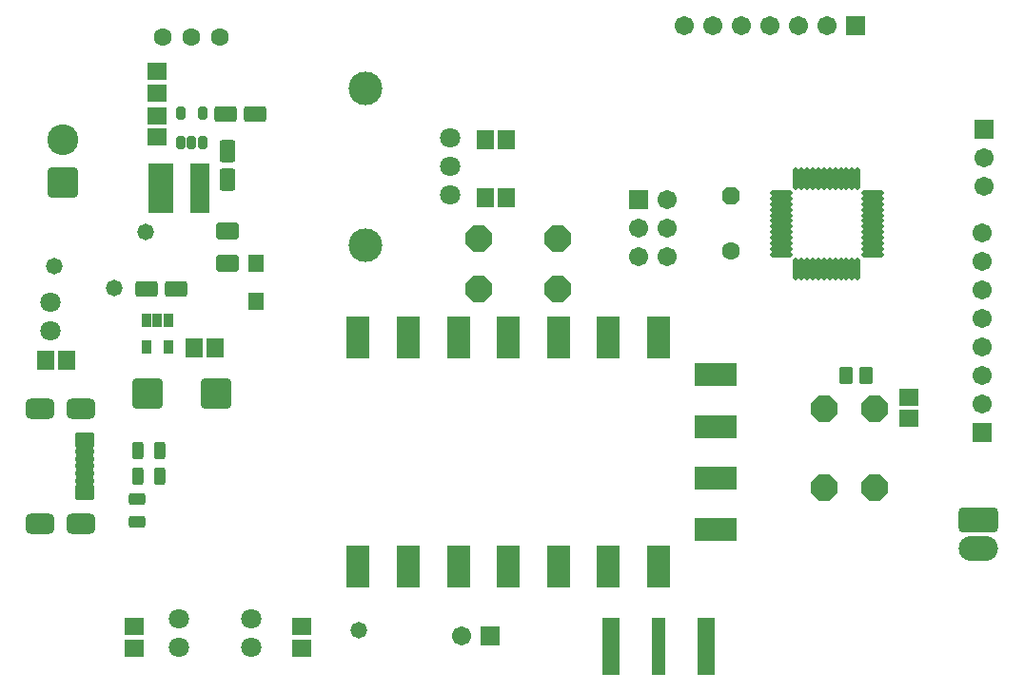
<source format=gts>
G04 Layer_Color=8388736*
%FSLAX25Y25*%
%MOIN*%
G70*
G01*
G75*
%ADD78R,0.06000X0.15000*%
%ADD79R,0.08600X0.17700*%
%ADD80R,0.07100X0.17300*%
%ADD81O,0.01981X0.07887*%
%ADD82O,0.07887X0.01981*%
%ADD83R,0.06706X0.05918*%
%ADD84R,0.05918X0.06706*%
G04:AMPARAMS|DCode=85|XSize=67.06mil|YSize=55.24mil|CornerRadius=8.72mil|HoleSize=0mil|Usage=FLASHONLY|Rotation=0.000|XOffset=0mil|YOffset=0mil|HoleType=Round|Shape=RoundedRectangle|*
%AMROUNDEDRECTD85*
21,1,0.06706,0.03780,0,0,0.0*
21,1,0.04961,0.05524,0,0,0.0*
1,1,0.01745,0.02480,-0.01890*
1,1,0.01745,-0.02480,-0.01890*
1,1,0.01745,-0.02480,0.01890*
1,1,0.01745,0.02480,0.01890*
%
%ADD85ROUNDEDRECTD85*%
G04:AMPARAMS|DCode=86|XSize=67.06mil|YSize=21.78mil|CornerRadius=5.38mil|HoleSize=0mil|Usage=FLASHONLY|Rotation=0.000|XOffset=0mil|YOffset=0mil|HoleType=Round|Shape=RoundedRectangle|*
%AMROUNDEDRECTD86*
21,1,0.06706,0.01102,0,0,0.0*
21,1,0.05630,0.02178,0,0,0.0*
1,1,0.01076,0.02815,-0.00551*
1,1,0.01076,-0.02815,-0.00551*
1,1,0.01076,-0.02815,0.00551*
1,1,0.01076,0.02815,0.00551*
%
%ADD86ROUNDEDRECTD86*%
%ADD87C,0.05800*%
%ADD88O,0.13800X0.08800*%
G04:AMPARAMS|DCode=89|XSize=138mil|YSize=88mil|CornerRadius=14mil|HoleSize=0mil|Usage=FLASHONLY|Rotation=0.000|XOffset=0mil|YOffset=0mil|HoleType=Round|Shape=RoundedRectangle|*
%AMROUNDEDRECTD89*
21,1,0.13800,0.06000,0,0,0.0*
21,1,0.11000,0.08800,0,0,0.0*
1,1,0.02800,0.05500,-0.03000*
1,1,0.02800,-0.05500,-0.03000*
1,1,0.02800,-0.05500,0.03000*
1,1,0.02800,0.05500,0.03000*
%
%ADD89ROUNDEDRECTD89*%
%ADD90R,0.06312X0.20485*%
%ADD91R,0.04737X0.20485*%
%ADD92R,0.03300X0.03300*%
G04:AMPARAMS|DCode=93|XSize=31.62mil|YSize=47.37mil|CornerRadius=6.95mil|HoleSize=0mil|Usage=FLASHONLY|Rotation=0.000|XOffset=0mil|YOffset=0mil|HoleType=Round|Shape=RoundedRectangle|*
%AMROUNDEDRECTD93*
21,1,0.03162,0.03347,0,0,0.0*
21,1,0.01772,0.04737,0,0,0.0*
1,1,0.01391,0.00886,-0.01673*
1,1,0.01391,-0.00886,-0.01673*
1,1,0.01391,-0.00886,0.01673*
1,1,0.01391,0.00886,0.01673*
%
%ADD93ROUNDEDRECTD93*%
G04:AMPARAMS|DCode=94|XSize=78.87mil|YSize=55.24mil|CornerRadius=9.91mil|HoleSize=0mil|Usage=FLASHONLY|Rotation=90.000|XOffset=0mil|YOffset=0mil|HoleType=Round|Shape=RoundedRectangle|*
%AMROUNDEDRECTD94*
21,1,0.07887,0.03543,0,0,90.0*
21,1,0.05906,0.05524,0,0,90.0*
1,1,0.01981,0.01772,0.02953*
1,1,0.01981,0.01772,-0.02953*
1,1,0.01981,-0.01772,-0.02953*
1,1,0.01981,-0.01772,0.02953*
%
%ADD94ROUNDEDRECTD94*%
G04:AMPARAMS|DCode=95|XSize=78.87mil|YSize=55.24mil|CornerRadius=9.91mil|HoleSize=0mil|Usage=FLASHONLY|Rotation=0.000|XOffset=0mil|YOffset=0mil|HoleType=Round|Shape=RoundedRectangle|*
%AMROUNDEDRECTD95*
21,1,0.07887,0.03543,0,0,0.0*
21,1,0.05906,0.05524,0,0,0.0*
1,1,0.01981,0.02953,-0.01772*
1,1,0.01981,-0.02953,-0.01772*
1,1,0.01981,-0.02953,0.01772*
1,1,0.01981,0.02953,0.01772*
%
%ADD95ROUNDEDRECTD95*%
G04:AMPARAMS|DCode=96|XSize=59.18mil|YSize=39.5mil|CornerRadius=7.94mil|HoleSize=0mil|Usage=FLASHONLY|Rotation=270.000|XOffset=0mil|YOffset=0mil|HoleType=Round|Shape=RoundedRectangle|*
%AMROUNDEDRECTD96*
21,1,0.05918,0.02362,0,0,270.0*
21,1,0.04331,0.03950,0,0,270.0*
1,1,0.01587,-0.01181,-0.02165*
1,1,0.01587,-0.01181,0.02165*
1,1,0.01587,0.01181,0.02165*
1,1,0.01587,0.01181,-0.02165*
%
%ADD96ROUNDEDRECTD96*%
G04:AMPARAMS|DCode=97|XSize=59.18mil|YSize=39.5mil|CornerRadius=7.94mil|HoleSize=0mil|Usage=FLASHONLY|Rotation=0.000|XOffset=0mil|YOffset=0mil|HoleType=Round|Shape=RoundedRectangle|*
%AMROUNDEDRECTD97*
21,1,0.05918,0.02362,0,0,0.0*
21,1,0.04331,0.03950,0,0,0.0*
1,1,0.01587,0.02165,-0.01181*
1,1,0.01587,-0.02165,-0.01181*
1,1,0.01587,-0.02165,0.01181*
1,1,0.01587,0.02165,0.01181*
%
%ADD97ROUNDEDRECTD97*%
%ADD98R,0.03359X0.05131*%
G04:AMPARAMS|DCode=99|XSize=104.46mil|YSize=108.39mil|CornerRadius=13.65mil|HoleSize=0mil|Usage=FLASHONLY|Rotation=90.000|XOffset=0mil|YOffset=0mil|HoleType=Round|Shape=RoundedRectangle|*
%AMROUNDEDRECTD99*
21,1,0.10446,0.08110,0,0,90.0*
21,1,0.07717,0.10839,0,0,90.0*
1,1,0.02729,0.04055,0.03858*
1,1,0.02729,0.04055,-0.03858*
1,1,0.02729,-0.04055,-0.03858*
1,1,0.02729,-0.04055,0.03858*
%
%ADD99ROUNDEDRECTD99*%
%ADD100R,0.05524X0.06115*%
G04:AMPARAMS|DCode=101|XSize=78.87mil|YSize=59.18mil|CornerRadius=10.4mil|HoleSize=0mil|Usage=FLASHONLY|Rotation=0.000|XOffset=0mil|YOffset=0mil|HoleType=Round|Shape=RoundedRectangle|*
%AMROUNDEDRECTD101*
21,1,0.07887,0.03839,0,0,0.0*
21,1,0.05807,0.05918,0,0,0.0*
1,1,0.02080,0.02904,-0.01919*
1,1,0.02080,-0.02904,-0.01919*
1,1,0.02080,-0.02904,0.01919*
1,1,0.02080,0.02904,0.01919*
%
%ADD101ROUNDEDRECTD101*%
G04:AMPARAMS|DCode=102|XSize=63.12mil|YSize=47.37mil|CornerRadius=8.92mil|HoleSize=0mil|Usage=FLASHONLY|Rotation=90.000|XOffset=0mil|YOffset=0mil|HoleType=Round|Shape=RoundedRectangle|*
%AMROUNDEDRECTD102*
21,1,0.06312,0.02953,0,0,90.0*
21,1,0.04528,0.04737,0,0,90.0*
1,1,0.01784,0.01476,0.02264*
1,1,0.01784,0.01476,-0.02264*
1,1,0.01784,-0.01476,-0.02264*
1,1,0.01784,-0.01476,0.02264*
%
%ADD102ROUNDEDRECTD102*%
%ADD103R,0.08280X0.14579*%
%ADD104R,0.14579X0.08280*%
%ADD105P,0.06832X8X292.5*%
%ADD106C,0.06312*%
%ADD107C,0.11824*%
%ADD108C,0.07099*%
%ADD109R,0.06706X0.06706*%
%ADD110C,0.06706*%
%ADD111P,0.09815X8X112.5*%
%ADD112P,0.09815X8X22.5*%
%ADD113R,0.06706X0.06706*%
G04:AMPARAMS|DCode=114|XSize=108mil|YSize=108mil|CornerRadius=16.5mil|HoleSize=0mil|Usage=FLASHONLY|Rotation=0.000|XOffset=0mil|YOffset=0mil|HoleType=Round|Shape=RoundedRectangle|*
%AMROUNDEDRECTD114*
21,1,0.10800,0.07500,0,0,0.0*
21,1,0.07500,0.10800,0,0,0.0*
1,1,0.03300,0.03750,-0.03750*
1,1,0.03300,-0.03750,-0.03750*
1,1,0.03300,-0.03750,0.03750*
1,1,0.03300,0.03750,0.03750*
%
%ADD114ROUNDEDRECTD114*%
%ADD115C,0.10800*%
G04:AMPARAMS|DCode=116|XSize=102.49mil|YSize=70.99mil|CornerRadius=19.75mil|HoleSize=0mil|Usage=FLASHONLY|Rotation=0.000|XOffset=0mil|YOffset=0mil|HoleType=Round|Shape=RoundedRectangle|*
%AMROUNDEDRECTD116*
21,1,0.10249,0.03150,0,0,0.0*
21,1,0.06299,0.07099,0,0,0.0*
1,1,0.03950,0.03150,-0.01575*
1,1,0.03950,-0.03150,-0.01575*
1,1,0.03950,-0.03150,0.01575*
1,1,0.03950,0.03150,0.01575*
%
%ADD116ROUNDEDRECTD116*%
%ADD117C,0.06800*%
G04:AMPARAMS|DCode=118|XSize=68mil|YSize=68mil|CornerRadius=11.5mil|HoleSize=0mil|Usage=FLASHONLY|Rotation=0.000|XOffset=0mil|YOffset=0mil|HoleType=Round|Shape=RoundedRectangle|*
%AMROUNDEDRECTD118*
21,1,0.06800,0.04500,0,0,0.0*
21,1,0.04500,0.06800,0,0,0.0*
1,1,0.02300,0.02250,-0.02250*
1,1,0.02300,-0.02250,-0.02250*
1,1,0.02300,-0.02250,0.02250*
1,1,0.02300,0.02250,0.02250*
%
%ADD118ROUNDEDRECTD118*%
G36*
X167200Y380700D02*
Y368300D01*
X164700Y365800D01*
X161500D01*
Y368600D01*
X163000D01*
X164400Y370000D01*
Y379000D01*
X163000Y380400D01*
X161500D01*
Y383200D01*
X164700D01*
X167200Y380700D01*
D02*
G37*
G36*
X155500Y380400D02*
X154000D01*
X152600Y379000D01*
Y370000D01*
X154000Y368600D01*
X155500D01*
Y365800D01*
X152300D01*
X149800Y368300D01*
Y380700D01*
X152300Y383200D01*
X155500D01*
Y380400D01*
D02*
G37*
D78*
X124500Y277000D02*
D03*
D79*
X151200Y374350D02*
D03*
D80*
X165050Y374550D02*
D03*
D81*
X373673Y377945D02*
D03*
X375642D02*
D03*
X377610D02*
D03*
X379579D02*
D03*
X381547D02*
D03*
X383516D02*
D03*
X385484D02*
D03*
X387453D02*
D03*
X389421D02*
D03*
X391390D02*
D03*
X393358D02*
D03*
X395327D02*
D03*
Y346055D02*
D03*
X393358D02*
D03*
X391390D02*
D03*
X389421D02*
D03*
X387453D02*
D03*
X385484D02*
D03*
X383516D02*
D03*
X381547D02*
D03*
X379579D02*
D03*
X377610D02*
D03*
X375642D02*
D03*
X373673D02*
D03*
D82*
X400445Y372827D02*
D03*
Y370858D02*
D03*
Y368890D02*
D03*
Y366921D02*
D03*
Y364953D02*
D03*
Y362984D02*
D03*
Y361016D02*
D03*
Y359047D02*
D03*
Y357079D02*
D03*
Y355110D02*
D03*
Y353142D02*
D03*
Y351173D02*
D03*
X368555D02*
D03*
Y353142D02*
D03*
Y355110D02*
D03*
Y357079D02*
D03*
Y359047D02*
D03*
Y361016D02*
D03*
Y362984D02*
D03*
Y364953D02*
D03*
Y366921D02*
D03*
Y368890D02*
D03*
Y370858D02*
D03*
Y372827D02*
D03*
D83*
X142000Y213260D02*
D03*
Y220740D02*
D03*
X200500Y220740D02*
D03*
Y213260D02*
D03*
X150000Y399840D02*
D03*
Y392360D02*
D03*
Y415340D02*
D03*
Y407860D02*
D03*
X413300Y301140D02*
D03*
Y293660D02*
D03*
D84*
X264760Y371000D02*
D03*
X272240D02*
D03*
X264760Y391500D02*
D03*
X272240D02*
D03*
X162760Y318500D02*
D03*
X170240D02*
D03*
X118240Y314000D02*
D03*
X110760D02*
D03*
D85*
X124547Y286252D02*
D03*
Y267748D02*
D03*
D86*
Y282118D02*
D03*
Y279559D02*
D03*
Y277000D02*
D03*
Y274441D02*
D03*
Y271882D02*
D03*
D87*
X114000Y347000D02*
D03*
X146000Y359000D02*
D03*
X135000Y339500D02*
D03*
X220500Y219500D02*
D03*
D88*
X437500Y248000D02*
D03*
D89*
Y258000D02*
D03*
D90*
X308768Y213843D02*
D03*
X342232D02*
D03*
D91*
X325500D02*
D03*
D92*
X165800Y374400D02*
D03*
X151200Y374500D02*
D03*
D93*
X158260Y400718D02*
D03*
X165740Y390482D02*
D03*
X162000D02*
D03*
X158260D02*
D03*
X165740Y400718D02*
D03*
D94*
X174500Y387618D02*
D03*
Y377382D02*
D03*
D95*
X184118Y400500D02*
D03*
X173882D02*
D03*
X156618Y339000D02*
D03*
X146382D02*
D03*
D96*
X150937Y273500D02*
D03*
X143063D02*
D03*
Y282500D02*
D03*
X150937D02*
D03*
D97*
X143000Y265437D02*
D03*
Y257563D02*
D03*
D98*
X153740Y328224D02*
D03*
X150000D02*
D03*
X146260D02*
D03*
Y318776D02*
D03*
X153740D02*
D03*
D99*
X170409Y302500D02*
D03*
X146591D02*
D03*
D100*
X184500Y334906D02*
D03*
Y348095D02*
D03*
D101*
X174600Y348191D02*
D03*
Y359609D02*
D03*
D102*
X398343Y308900D02*
D03*
X391257D02*
D03*
D103*
X325508Y241768D02*
D03*
X307988Y241768D02*
D03*
X290469D02*
D03*
X272949D02*
D03*
X255429D02*
D03*
X237910D02*
D03*
X220390D02*
D03*
Y322083D02*
D03*
X237910D02*
D03*
X255429D02*
D03*
X272949D02*
D03*
X290469D02*
D03*
X307988D02*
D03*
X325508Y322083D02*
D03*
D104*
X345685Y309087D02*
D03*
Y290980D02*
D03*
Y272866D02*
D03*
Y254756D02*
D03*
D105*
X351000Y371706D02*
D03*
D106*
Y352494D02*
D03*
X152000Y427500D02*
D03*
X172000D02*
D03*
X162000D02*
D03*
D107*
X223000Y409500D02*
D03*
X222972Y354500D02*
D03*
D108*
X252500Y392000D02*
D03*
Y372000D02*
D03*
Y382059D02*
D03*
X183000Y213500D02*
D03*
Y223500D02*
D03*
X112500Y324500D02*
D03*
Y334500D02*
D03*
X157500Y213500D02*
D03*
Y223500D02*
D03*
D109*
X439000Y288900D02*
D03*
X439500Y395000D02*
D03*
X318500Y370500D02*
D03*
D110*
X439000Y298900D02*
D03*
Y308900D02*
D03*
Y318900D02*
D03*
Y328900D02*
D03*
Y338900D02*
D03*
Y348900D02*
D03*
Y358900D02*
D03*
X439500Y385000D02*
D03*
Y375000D02*
D03*
X256500Y217500D02*
D03*
X318500Y360500D02*
D03*
Y350500D02*
D03*
X328500Y370500D02*
D03*
Y360500D02*
D03*
Y350500D02*
D03*
X334500Y431500D02*
D03*
X344500D02*
D03*
X354500D02*
D03*
X364500D02*
D03*
X384500D02*
D03*
X374500D02*
D03*
D111*
X401158Y269620D02*
D03*
X383442D02*
D03*
X401158Y297180D02*
D03*
X383442D02*
D03*
D112*
X262720Y339142D02*
D03*
Y356858D02*
D03*
X290280Y339142D02*
D03*
Y356858D02*
D03*
D113*
X266500Y217500D02*
D03*
X394500Y431500D02*
D03*
D114*
X117000Y376500D02*
D03*
D115*
Y391500D02*
D03*
D116*
X123366Y297079D02*
D03*
Y256921D02*
D03*
X108799D02*
D03*
Y297079D02*
D03*
D117*
X440000Y248000D02*
D03*
D118*
Y258000D02*
D03*
M02*

</source>
